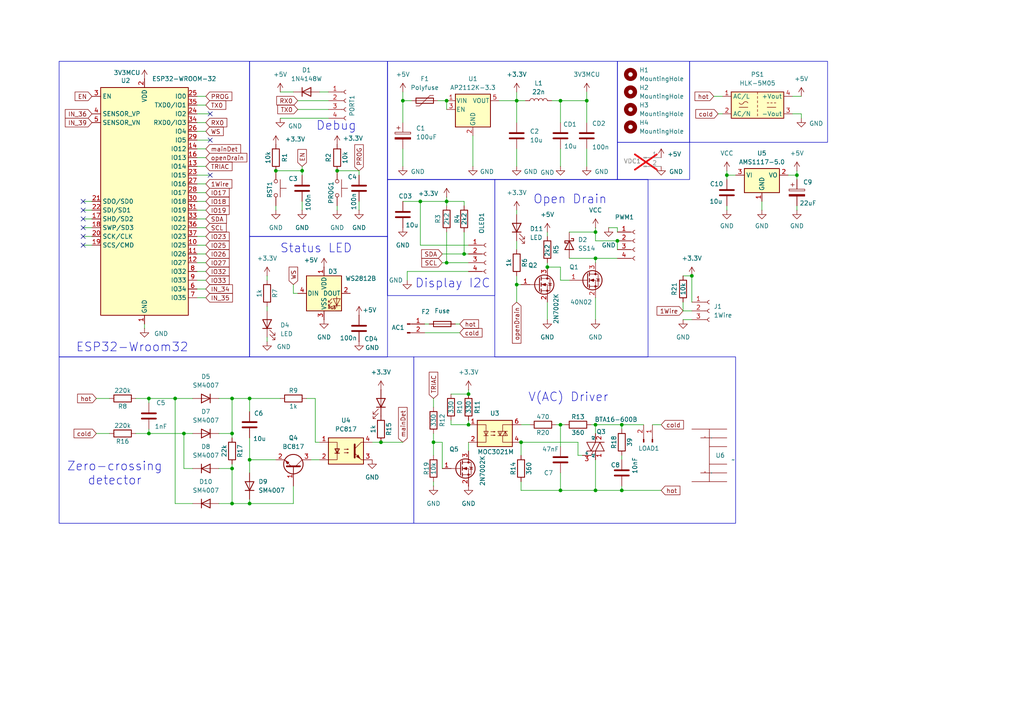
<source format=kicad_sch>
(kicad_sch (version 20231120) (generator "eeschema") (generator_version "8.0")
  (paper "A4")
  (junction (at 43.18 115.57))
  (junction (at 172.72 123.19))
  (junction (at 162.56 123.19))
  (junction (at 149.86 82.55))
  (junction (at 129.54 76.2))
  (junction (at 151.13 128.27))
  (junction (at 67.31 135.89))
  (junction (at 179.07 69.85))
  (junction (at 129.54 29.21))
  (junction (at 162.56 142.24))
  (junction (at 116.84 29.21))
  (junction (at 200.66 80.01))
  (junction (at 43.18 125.73))
  (junction (at 162.56 29.21))
  (junction (at 210.82 50.8))
  (junction (at 53.34 125.73))
  (junction (at 172.72 74.93))
  (junction (at 72.39 133.35))
  (junction (at 158.75 77.47))
  (junction (at 72.39 146.05))
  (junction (at 180.34 123.19))
  (junction (at 67.31 115.57))
  (junction (at 135.89 114.3))
  (junction (at 125.73 128.27))
  (junction (at 50.8 115.57))
  (junction (at 134.62 73.66))
  (junction (at 180.34 142.24))
  (junction (at 72.39 115.57))
  (junction (at 121.92 58.42))
  (junction (at 149.86 29.21))
  (junction (at 80.01 49.53))
  (junction (at 172.72 142.24))
  (junction (at 110.49 128.27))
  (junction (at 129.54 58.42))
  (junction (at 135.89 123.19))
  (junction (at 67.31 125.73))
  (junction (at 87.63 49.53))
  (junction (at 67.31 146.05))
  (junction (at 231.14 50.8))
  (junction (at 97.79 49.53))
  (junction (at 172.72 67.31))
  (junction (at 170.18 29.21))
  (no_connect (at 60.96 40.64))
  (no_connect (at 24.13 58.42))
  (no_connect (at 24.13 63.5))
  (no_connect (at 24.13 60.96))
  (no_connect (at 60.96 50.8))
  (no_connect (at 24.13 68.58))
  (no_connect (at 60.96 33.02))
  (no_connect (at 24.13 66.04))
  (no_connect (at 24.13 71.12))
  (wire (pts (xy 149.86 48.26) (xy 149.86 43.18)))
  (wire (pts (xy 92.71 26.67) (xy 95.25 26.67)))
  (wire (pts (xy 127 29.21) (xy 129.54 29.21)))
  (wire (pts (xy 57.15 60.96) (xy 59.69 60.96)))
  (wire (pts (xy 231.14 60.96) (xy 231.14 59.69)))
  (wire (pts (xy 210.82 60.96) (xy 210.82 59.69)))
  (wire (pts (xy 232.41 34.29) (xy 232.41 33.02)))
  (wire (pts (xy 60.96 40.64) (xy 57.15 40.64)))
  (wire (pts (xy 72.39 133.35) (xy 72.39 137.16)))
  (wire (pts (xy 210.82 50.8) (xy 213.36 50.8)))
  (wire (pts (xy 53.34 125.73) (xy 55.88 125.73)))
  (wire (pts (xy 123.19 96.52) (xy 133.35 96.52)))
  (wire (pts (xy 172.72 76.2) (xy 172.72 74.93)))
  (wire (pts (xy 132.08 93.98) (xy 133.35 93.98)))
  (wire (pts (xy 123.19 93.98) (xy 124.46 93.98)))
  (wire (pts (xy 24.13 63.5) (xy 26.67 63.5)))
  (wire (pts (xy 85.09 146.05) (xy 72.39 146.05)))
  (wire (pts (xy 180.34 123.19) (xy 180.34 124.46)))
  (wire (pts (xy 134.62 73.66) (xy 135.89 73.66)))
  (wire (pts (xy 72.39 133.35) (xy 80.01 133.35)))
  (wire (pts (xy 24.13 66.04) (xy 26.67 66.04)))
  (wire (pts (xy 55.88 135.89) (xy 53.34 135.89)))
  (wire (pts (xy 67.31 115.57) (xy 67.31 125.73)))
  (wire (pts (xy 59.69 27.94) (xy 57.15 27.94)))
  (wire (pts (xy 135.89 121.92) (xy 135.89 123.19)))
  (wire (pts (xy 158.75 87.63) (xy 158.75 92.71)))
  (wire (pts (xy 172.72 74.93) (xy 179.07 74.93)))
  (wire (pts (xy 135.89 113.03) (xy 135.89 114.3)))
  (wire (pts (xy 161.29 123.19) (xy 162.56 123.19)))
  (wire (pts (xy 149.86 60.96) (xy 149.86 62.23)))
  (wire (pts (xy 57.15 76.2) (xy 59.69 76.2)))
  (wire (pts (xy 77.47 80.01) (xy 77.47 81.28)))
  (wire (pts (xy 162.56 29.21) (xy 162.56 35.56)))
  (wire (pts (xy 135.89 128.27) (xy 135.89 130.81)))
  (wire (pts (xy 168.91 132.08) (xy 167.64 132.08)))
  (wire (pts (xy 151.13 139.7) (xy 151.13 142.24)))
  (wire (pts (xy 57.15 30.48) (xy 59.69 30.48)))
  (wire (pts (xy 134.62 59.69) (xy 134.62 58.42)))
  (wire (pts (xy 149.86 82.55) (xy 149.86 87.63)))
  (wire (pts (xy 81.28 34.29) (xy 95.25 34.29)))
  (wire (pts (xy 198.12 87.63) (xy 198.12 90.17)))
  (wire (pts (xy 72.39 115.57) (xy 81.28 115.57)))
  (wire (pts (xy 170.18 43.18) (xy 170.18 48.26)))
  (wire (pts (xy 162.56 29.21) (xy 170.18 29.21)))
  (wire (pts (xy 151.13 128.27) (xy 167.64 128.27)))
  (wire (pts (xy 172.72 66.04) (xy 172.72 67.31)))
  (wire (pts (xy 165.1 67.31) (xy 172.72 67.31)))
  (wire (pts (xy 63.5 146.05) (xy 67.31 146.05)))
  (wire (pts (xy 172.72 86.36) (xy 172.72 92.71)))
  (wire (pts (xy 162.56 137.16) (xy 162.56 142.24)))
  (wire (pts (xy 57.15 58.42) (xy 59.69 58.42)))
  (wire (pts (xy 165.1 74.93) (xy 172.72 74.93)))
  (wire (pts (xy 57.15 71.12) (xy 59.69 71.12)))
  (wire (pts (xy 228.6 50.8) (xy 231.14 50.8)))
  (wire (pts (xy 24.13 68.58) (xy 26.67 68.58)))
  (wire (pts (xy 43.18 125.73) (xy 53.34 125.73)))
  (wire (pts (xy 121.92 58.42) (xy 129.54 58.42)))
  (wire (pts (xy 149.86 29.21) (xy 152.4 29.21)))
  (wire (pts (xy 210.82 49.53) (xy 210.82 50.8)))
  (wire (pts (xy 207.01 27.94) (xy 209.55 27.94)))
  (wire (pts (xy 149.86 35.56) (xy 149.86 29.21)))
  (wire (pts (xy 231.14 50.8) (xy 231.14 52.07)))
  (wire (pts (xy 167.64 132.08) (xy 167.64 128.27)))
  (wire (pts (xy 149.86 26.67) (xy 149.86 29.21)))
  (wire (pts (xy 125.73 139.7) (xy 125.73 140.97)))
  (wire (pts (xy 53.34 135.89) (xy 53.34 125.73)))
  (wire (pts (xy 130.81 114.3) (xy 135.89 114.3)))
  (wire (pts (xy 57.15 86.36) (xy 59.69 86.36)))
  (wire (pts (xy 118.11 81.28) (xy 118.11 78.74)))
  (wire (pts (xy 91.44 128.27) (xy 91.44 115.57)))
  (wire (pts (xy 170.18 26.67) (xy 170.18 29.21)))
  (wire (pts (xy 50.8 115.57) (xy 55.88 115.57)))
  (wire (pts (xy 158.75 76.2) (xy 158.75 77.47)))
  (wire (pts (xy 116.84 128.27) (xy 110.49 128.27)))
  (wire (pts (xy 57.15 43.18) (xy 59.69 43.18)))
  (wire (pts (xy 72.39 119.38) (xy 72.39 115.57)))
  (wire (pts (xy 172.72 69.85) (xy 179.07 69.85)))
  (wire (pts (xy 57.15 35.56) (xy 59.69 35.56)))
  (wire (pts (xy 104.14 58.42) (xy 104.14 60.96)))
  (wire (pts (xy 220.98 58.42) (xy 220.98 60.96)))
  (wire (pts (xy 149.86 69.85) (xy 149.86 72.39)))
  (wire (pts (xy 80.01 59.69) (xy 80.01 60.96)))
  (wire (pts (xy 129.54 67.31) (xy 129.54 76.2)))
  (wire (pts (xy 55.88 146.05) (xy 50.8 146.05)))
  (wire (pts (xy 85.09 82.55) (xy 85.09 85.09)))
  (wire (pts (xy 151.13 123.19) (xy 153.67 123.19)))
  (wire (pts (xy 91.44 115.57) (xy 88.9 115.57)))
  (wire (pts (xy 198.12 92.71) (xy 200.66 92.71)))
  (wire (pts (xy 125.73 128.27) (xy 125.73 132.08)))
  (wire (pts (xy 172.72 67.31) (xy 172.72 69.85)))
  (wire (pts (xy 149.86 82.55) (xy 151.13 82.55)))
  (wire (pts (xy 116.84 26.67) (xy 116.84 29.21)))
  (wire (pts (xy 39.37 115.57) (xy 43.18 115.57)))
  (wire (pts (xy 172.72 123.19) (xy 180.34 123.19)))
  (wire (pts (xy 130.81 123.19) (xy 135.89 123.19)))
  (wire (pts (xy 171.45 123.19) (xy 172.72 123.19)))
  (wire (pts (xy 27.94 115.57) (xy 31.75 115.57)))
  (wire (pts (xy 208.28 33.02) (xy 209.55 33.02)))
  (wire (pts (xy 172.72 123.19) (xy 172.72 125.73)))
  (wire (pts (xy 129.54 76.2) (xy 135.89 76.2)))
  (wire (pts (xy 162.56 123.19) (xy 163.83 123.19)))
  (wire (pts (xy 134.62 67.31) (xy 134.62 73.66)))
  (wire (pts (xy 179.07 69.85) (xy 179.07 72.39)))
  (wire (pts (xy 162.56 77.47) (xy 162.56 81.28)))
  (wire (pts (xy 162.56 81.28) (xy 165.1 81.28)))
  (wire (pts (xy 57.15 73.66) (xy 59.69 73.66)))
  (wire (pts (xy 50.8 146.05) (xy 50.8 115.57)))
  (wire (pts (xy 43.18 125.73) (xy 43.18 124.46)))
  (wire (pts (xy 179.07 66.04) (xy 179.07 67.31)))
  (wire (pts (xy 57.15 33.02) (xy 60.96 33.02)))
  (wire (pts (xy 86.36 31.75) (xy 95.25 31.75)))
  (wire (pts (xy 57.15 55.88) (xy 59.69 55.88)))
  (wire (pts (xy 81.28 26.67) (xy 85.09 26.67)))
  (wire (pts (xy 63.5 135.89) (xy 67.31 135.89)))
  (wire (pts (xy 129.54 58.42) (xy 134.62 58.42)))
  (wire (pts (xy 121.92 58.42) (xy 121.92 71.12)))
  (wire (pts (xy 57.15 66.04) (xy 59.69 66.04)))
  (wire (pts (xy 129.54 29.21) (xy 129.54 31.75)))
  (wire (pts (xy 67.31 135.89) (xy 67.31 134.62)))
  (wire (pts (xy 97.79 59.69) (xy 97.79 60.96)))
  (wire (pts (xy 77.47 97.79) (xy 77.47 99.06)))
  (wire (pts (xy 59.69 48.26) (xy 57.15 48.26)))
  (wire (pts (xy 57.15 63.5) (xy 59.69 63.5)))
  (wire (pts (xy 229.87 33.02) (xy 232.41 33.02)))
  (wire (pts (xy 57.15 50.8) (xy 60.96 50.8)))
  (wire (pts (xy 130.81 121.92) (xy 130.81 123.19)))
  (wire (pts (xy 116.84 58.42) (xy 121.92 58.42)))
  (wire (pts (xy 229.87 27.94) (xy 232.41 27.94)))
  (wire (pts (xy 128.27 76.2) (xy 129.54 76.2)))
  (wire (pts (xy 92.71 133.35) (xy 90.17 133.35)))
  (wire (pts (xy 41.91 93.98) (xy 41.91 95.25)))
  (wire (pts (xy 87.63 49.53) (xy 80.01 49.53)))
  (wire (pts (xy 43.18 115.57) (xy 43.18 116.84)))
  (wire (pts (xy 162.56 43.18) (xy 162.56 48.26)))
  (wire (pts (xy 43.18 115.57) (xy 50.8 115.57)))
  (wire (pts (xy 97.79 49.53) (xy 104.14 49.53)))
  (wire (pts (xy 158.75 67.31) (xy 158.75 68.58)))
  (wire (pts (xy 198.12 80.01) (xy 200.66 80.01)))
  (wire (pts (xy 137.16 39.37) (xy 137.16 48.26)))
  (wire (pts (xy 57.15 38.1) (xy 59.69 38.1)))
  (wire (pts (xy 63.5 125.73) (xy 67.31 125.73)))
  (wire (pts (xy 72.39 144.78) (xy 72.39 146.05)))
  (wire (pts (xy 24.13 71.12) (xy 26.67 71.12)))
  (wire (pts (xy 200.66 80.01) (xy 200.66 87.63)))
  (wire (pts (xy 176.53 66.04) (xy 179.07 66.04)))
  (wire (pts (xy 39.37 125.73) (xy 43.18 125.73)))
  (wire (pts (xy 67.31 125.73) (xy 67.31 127)))
  (wire (pts (xy 125.73 128.27) (xy 128.27 128.27)))
  (wire (pts (xy 86.36 29.21) (xy 95.25 29.21)))
  (wire (pts (xy 116.84 29.21) (xy 116.84 35.56)))
  (wire (pts (xy 129.54 57.15) (xy 129.54 58.42)))
  (wire (pts (xy 85.09 85.09) (xy 86.36 85.09)))
  (wire (pts (xy 57.15 81.28) (xy 59.69 81.28)))
  (wire (pts (xy 180.34 140.97) (xy 180.34 142.24)))
  (wire (pts (xy 125.73 125.73) (xy 125.73 128.27)))
  (wire (pts (xy 189.23 123.19) (xy 191.77 123.19)))
  (wire (pts (xy 116.84 43.18) (xy 116.84 48.26)))
  (wire (pts (xy 125.73 115.57) (xy 125.73 118.11)))
  (wire (pts (xy 198.12 90.17) (xy 200.66 90.17)))
  (wire (pts (xy 77.47 88.9) (xy 77.47 90.17)))
  (wire (pts (xy 104.14 50.8) (xy 104.14 49.53)))
  (wire (pts (xy 210.82 52.07) (xy 210.82 50.8)))
  (wire (pts (xy 162.56 29.21) (xy 160.02 29.21)))
  (wire (pts (xy 57.15 68.58) (xy 59.69 68.58)))
  (wire (pts (xy 57.15 78.74) (xy 59.69 78.74)))
  (wire (pts (xy 57.15 45.72) (xy 59.69 45.72)))
  (wire (pts (xy 63.5 115.57) (xy 67.31 115.57)))
  (wire (pts (xy 128.27 135.89) (xy 128.27 128.27)))
  (wire (pts (xy 180.34 132.08) (xy 180.34 133.35)))
  (wire (pts (xy 116.84 29.21) (xy 119.38 29.21)))
  (wire (pts (xy 128.27 73.66) (xy 134.62 73.66)))
  (wire (pts (xy 129.54 59.69) (xy 129.54 58.42)))
  (wire (pts (xy 118.11 78.74) (xy 135.89 78.74)))
  (wire (pts (xy 91.44 128.27) (xy 92.71 128.27)))
  (wire (pts (xy 57.15 53.34) (xy 59.69 53.34)))
  (wire (pts (xy 172.72 133.35) (xy 172.72 142.24)))
  (wire (pts (xy 151.13 142.24) (xy 162.56 142.24)))
  (wire (pts (xy 67.31 146.05) (xy 72.39 146.05)))
  (wire (pts (xy 72.39 127) (xy 72.39 133.35)))
  (wire (pts (xy 170.18 35.56) (xy 170.18 29.21)))
  (wire (pts (xy 149.86 80.01) (xy 149.86 82.55)))
  (wire (pts (xy 180.34 142.24) (xy 191.77 142.24)))
  (wire (pts (xy 24.13 58.42) (xy 26.67 58.42)))
  (wire (pts (xy 57.15 83.82) (xy 59.69 83.82)))
  (wire (pts (xy 67.31 146.05) (xy 67.31 135.89)))
  (wire (pts (xy 162.56 142.24) (xy 172.72 142.24)))
  (wire (pts (xy 85.09 140.97) (xy 85.09 146.05)))
  (wire (pts (xy 87.63 48.26) (xy 87.63 49.53)))
  (wire (pts (xy 172.72 142.24) (xy 180.34 142.24)))
  (wire (pts (xy 231.14 50.8) (xy 231.14 49.53)))
  (wire (pts (xy 87.63 50.8) (xy 87.63 49.53)))
  (wire (pts (xy 151.13 128.27) (xy 151.13 132.08)))
  (wire (pts (xy 110.49 128.27) (xy 107.95 128.27)))
  (wire (pts (xy 158.75 77.47) (xy 162.56 77.47)))
  (wire (pts (xy 144.78 29.21) (xy 149.86 29.21)))
  (wire (pts (xy 24.13 60.96) (xy 26.67 60.96)))
  (wire (pts (xy 72.39 115.57) (xy 67.31 115.57)))
  (wire (pts (xy 162.56 123.19) (xy 162.56 129.54)))
  (wire (pts (xy 87.63 58.42) (xy 87.63 60.96)))
  (wire (pts (xy 121.92 71.12) (xy 135.89 71.12)))
  (wire (pts (xy 27.94 125.73) (xy 31.75 125.73)))
  (wire (pts (xy 180.34 123.19) (xy 186.69 123.19)))
  (rectangle (start 17.145 103.505) (end 120.015 151.765))
  (rectangle (start 179.07 17.78) (end 200.025 41.275))
  (rectangle (start 72.39 68.58) (end 112.395 103.505))
  (rectangle (start 17.145 17.78) (end 72.39 103.505))
  (rectangle (start 200.025 17.78) (end 240.03 41.275))
  (rectangle (start 72.39 17.78) (end 112.395 68.58))
  (rectangle (start 112.395 52.07) (end 143.51 85.725))
  (rectangle (start 179.07 41.275) (end 200.025 52.07))
  (rectangle (start 143.51 52.07) (end 187.96 103.505))
  (rectangle (start 120.015 103.505) (end 213.36 151.765))
  (rectangle (start 112.395 17.78) (end 179.07 52.07))
  (text "Zero-crossing\ndetector" (at 33.274 137.414 0) (effects (font (size 2.54 2.54))))
  (text "Status LED" (at 91.694 72.136 0) (effects (font (size 2.54 2.54))))
  (text "Display I2C" (at 131.318 82.296 0) (effects (font (size 2.54 2.54))))
  (text "V(AC) Driver" (at 164.846 115.316 0) (effects (font (size 2.54 2.54))))
  (text "Debug" (at 97.536 36.576 0) (effects (font (size 2.54 2.54))))
  (text "ESP32-Wroom32" (at 38.354 100.838 0) (effects (font (size 2.54 2.54))))
  (text "Open Drain" (at 165.354 57.912 0) (effects (font (size 2.54 2.54))))
  (global_label "IN_34" (shape input) (at 59.69 83.82 0) (property "Intersheetrefs" "${INTERSHEET_REFS}" (effects (hide yes))))
  (global_label "openDrain" (shape input) (at 59.69 45.72 0) (property "Intersheetrefs" "${INTERSHEET_REFS}" (effects (hide yes))))
  (global_label "hot" (shape input) (at 27.94 115.57 180) (property "Intersheetrefs" "${INTERSHEET_REFS}" (effects (hide yes))))
  (global_label "IO18" (shape input) (at 59.69 58.42 0) (property "Intersheetrefs" "${INTERSHEET_REFS}" (effects (hide yes))))
  (global_label "TX0" (shape input) (at 59.69 30.48 0) (property "Intersheetrefs" "${INTERSHEET_REFS}" (effects (hide yes))))
  (global_label "TRIAC" (shape input) (at 125.73 115.57 90) (property "Intersheetrefs" "${INTERSHEET_REFS}" (effects (hide yes))))
  (global_label "IN_39" (shape input) (at 26.67 35.56 180) (property "Intersheetrefs" "${INTERSHEET_REFS}" (effects (hide yes))))
  (global_label "WS" (shape input) (at 85.09 82.55 90) (property "Intersheetrefs" "${INTERSHEET_REFS}" (effects (hide yes))))
  (global_label "SDA" (shape input) (at 128.27 73.66 180) (property "Intersheetrefs" "${INTERSHEET_REFS}" (effects (hide yes))))
  (global_label "SCL" (shape input) (at 59.69 66.04 0) (property "Intersheetrefs" "${INTERSHEET_REFS}" (effects (hide yes))))
  (global_label "openDrain" (shape input) (at 149.86 87.63 270) (property "Intersheetrefs" "${INTERSHEET_REFS}" (effects (hide yes))))
  (global_label "IO32" (shape input) (at 59.69 78.74 0) (property "Intersheetrefs" "${INTERSHEET_REFS}" (effects (hide yes))))
  (global_label "cold" (shape input) (at 27.94 125.73 180) (property "Intersheetrefs" "${INTERSHEET_REFS}" (effects (hide yes))))
  (global_label "mainDet" (shape input) (at 116.84 128.27 90) (property "Intersheetrefs" "${INTERSHEET_REFS}" (effects (hide yes))))
  (global_label "RX0" (shape input) (at 86.36 29.21 180) (property "Intersheetrefs" "${INTERSHEET_REFS}" (effects (hide yes))))
  (global_label "SCL" (shape input) (at 128.27 76.2 180) (property "Intersheetrefs" "${INTERSHEET_REFS}" (effects (hide yes))))
  (global_label "TX0" (shape input) (at 86.36 31.75 180) (property "Intersheetrefs" "${INTERSHEET_REFS}" (effects (hide yes))))
  (global_label "EN" (shape input) (at 26.67 27.94 180) (property "Intersheetrefs" "${INTERSHEET_REFS}" (effects (hide yes))))
  (global_label "IO17" (shape input) (at 59.69 55.88 0) (property "Intersheetrefs" "${INTERSHEET_REFS}" (effects (hide yes))))
  (global_label "IO33" (shape input) (at 59.69 81.28 0) (property "Intersheetrefs" "${INTERSHEET_REFS}" (effects (hide yes))))
  (global_label "1Wire" (shape input) (at 198.12 90.17 180) (property "Intersheetrefs" "${INTERSHEET_REFS}" (effects (hide yes))))
  (global_label "IN_36" (shape input) (at 26.67 33.02 180) (property "Intersheetrefs" "${INTERSHEET_REFS}" (effects (hide yes))))
  (global_label "IO19" (shape input) (at 59.69 60.96 0) (property "Intersheetrefs" "${INTERSHEET_REFS}" (effects (hide yes))))
  (global_label "RX0" (shape input) (at 59.69 35.56 0) (property "Intersheetrefs" "${INTERSHEET_REFS}" (effects (hide yes))))
  (global_label "cold" (shape input) (at 208.28 33.02 180) (property "Intersheetrefs" "${INTERSHEET_REFS}" (effects (hide yes))))
  (global_label "IO27" (shape input) (at 59.69 76.2 0) (property "Intersheetrefs" "${INTERSHEET_REFS}" (effects (hide yes))))
  (global_label "1Wire" (shape input) (at 59.69 53.34 0) (property "Intersheetrefs" "${INTERSHEET_REFS}" (effects (hide yes))))
  (global_label "IO25" (shape input) (at 59.69 71.12 0) (property "Intersheetrefs" "${INTERSHEET_REFS}" (effects (hide yes))))
  (global_label "PROG" (shape input) (at 104.14 49.53 90) (property "Intersheetrefs" "${INTERSHEET_REFS}" (effects (hide yes))))
  (global_label "IN_35" (shape input) (at 59.69 86.36 0) (property "Intersheetrefs" "${INTERSHEET_REFS}" (effects (hide yes))))
  (global_label "TRIAC" (shape input) (at 59.69 48.26 0) (property "Intersheetrefs" "${INTERSHEET_REFS}" (effects (hide yes))))
  (global_label "hot" (shape input) (at 207.01 27.94 180) (property "Intersheetrefs" "${INTERSHEET_REFS}" (effects (hide yes))))
  (global_label "mainDet" (shape input) (at 59.69 43.18 0) (property "Intersheetrefs" "${INTERSHEET_REFS}" (effects (hide yes))))
  (global_label "IO23" (shape input) (at 59.69 68.58 0) (property "Intersheetrefs" "${INTERSHEET_REFS}" (effects (hide yes))))
  (global_label "PROG" (shape input) (at 59.69 27.94 0) (property "Intersheetrefs" "${INTERSHEET_REFS}" (effects (hide yes))))
  (global_label "cold" (shape input) (at 133.35 96.52 0) (property "Intersheetrefs" "${INTERSHEET_REFS}" (effects (hide yes))))
  (global_label "IO26" (shape input) (at 59.69 73.66 0) (property "Intersheetrefs" "${INTERSHEET_REFS}" (effects (hide yes))))
  (global_label "WS" (shape input) (at 59.69 38.1 0) (property "Intersheetrefs" "${INTERSHEET_REFS}" (effects (hide yes))))
  (global_label "cold" (shape input) (at 191.77 123.19 0) (property "Intersheetrefs" "${INTERSHEET_REFS}" (effects (hide yes))))
  (global_label "hot" (shape input) (at 191.77 142.24 0) (property "Intersheetrefs" "${INTERSHEET_REFS}" (effects (hide yes))))
  (global_label "SDA" (shape input) (at 59.69 63.5 0) (property "Intersheetrefs" "${INTERSHEET_REFS}" (effects (hide yes))))
  (global_label "hot" (shape input) (at 133.35 93.98 0) (property "Intersheetrefs" "${INTERSHEET_REFS}" (effects (hide yes))))
  (global_label "EN" (shape input) (at 87.63 48.26 90) (property "Intersheetrefs" "${INTERSHEET_REFS}" (effects (hide yes))))
  (symbol (lib_id "Device:R") (at 157.48 123.19 270) (unit 1)
    (property "Reference" "R20" (at 157.48 125.476 90))
    (property "Value" "470" (at 157.48 120.904 90))
    (property "Footprint" "Resistor_THT:R_Axial_DIN0411_L9.9mm_D3.6mm_P15.24mm_Horizontal" (effects (hide yes)))
    (property "Description" "Resistor" (effects (hide yes)))
    (property "LCSC" "C95781" (effects (hide yes)))
  )
  (symbol (lib_id "Device:R") (at 35.56 125.73 270) (unit 1)
    (property "Reference" "R16" (at 35.56 128.016 90))
    (property "Value" "220k" (at 35.56 123.444 90))
    (property "Footprint" "Resistor_SMD:R_0805_2012Metric" (effects (hide yes)))
    (property "Description" "Resistor" (effects (hide yes)))
    (property "LCSC" "C95781" (effects (hide yes)))
  )
  (symbol (lib_id "power:GND") (at 170.18 48.26 0) (unit 1)
    (property "Reference" "#PWR16" (effects (hide yes)))
    (property "Value" "GND" (at 174.498 49.784 0))
    (property "Description" "Power symbol creates a global label with name \"GND\" , ground" (effects (hide yes)))
  )
  (symbol (lib_id "power:+3.3V") (at 149.86 26.67 0) (unit 1)
    (property "Reference" "#PWR4" (effects (hide yes)))
    (property "Value" "+3.3V" (at 149.86 21.59 0))
    (property "Description" "Power symbol creates a global label with name \"+3.3V\"" (effects (hide yes)))
  )
  (symbol (lib_id "1_Library_GF:C_THT_RECT") (at 180.34 137.16 180) (unit 1)
    (property "Reference" "C8" (at 179.832 134.874 0) (effects (justify left)))
    (property "Value" "10nF" (at 184.15 132.588 90) (effects (justify left)))
    (property "Footprint" "Capacitor_THT:C_Rect_L7.0mm_W3.5mm_P5.00mm" (effects (hide yes)))
    (property "Datasheet" "https://www.lcsc.com/datasheet/lcsc_datasheet_1811061632_YAGEO-CC0805JRX7R9BB104_C111492.pdf" (effects (hide yes)))
    (property "Description" "50V 100nF X7R ±5% 0805 Multilayer Ceramic Capacitors MLCC - SMD/SMT ROHS" (effects (hide yes)))
    (property "Part Number" "C0805C104J5RALTU" (effects (hide yes)))
    (property "Mfr. Part Number" "CC0805JRX7R9BB104" (effects (hide yes)))
    (property "LCSC" "C2909631" (effects (hide yes)))
  )
  (symbol (lib_id "power:GND") (at 149.86 48.26 0) (unit 1)
    (property "Reference" "#PWR14" (effects (hide yes)))
    (property "Value" "GND" (at 153.924 49.784 0))
    (property "Description" "Power symbol creates a global label with name \"GND\" , ground" (effects (hide yes)))
  )
  (symbol (lib_id "power:GND") (at 93.98 92.71 0) (unit 1)
    (property "Reference" "#PWR32" (effects (hide yes)))
    (property "Value" "GND" (at 93.98 97.79 0))
    (property "Description" "Power symbol creates a global label with name \"GND\" , ground" (effects (hide yes)))
  )
  (symbol (lib_id "power:+3.3V") (at 41.91 22.86 0) (unit 1)
    (property "Reference" "#PWR1" (effects (hide yes)))
    (property "Value" "3V3MCU" (at 36.83 21.082 0))
    (property "Description" "Power symbol creates a global label with name \"+3.3V\"" (effects (hide yes)))
  )
  (symbol (lib_id "Connector:Conn_01x04_Socket") (at 140.97 73.66 0) (unit 1)
    (property "Reference" "OLED1" (at 139.7 67.818 90) (effects (justify left)))
    (property "Value" "Conn_01x04_Socket" (effects (hide yes)))
    (property "Footprint" "Connector_Hirose:Hirose_DF13C_CL535-0404-8-51_1x04-1MP_P1.25mm_Vertical" (effects (hide yes)))
    (property "Description" "Generic connector, single row, 01x04, script generated" (effects (hide yes)))
    (property "LCSC" "1" (effects (hide yes)))
  )
  (symbol (lib_id "Device:C_Polarized") (at 231.14 55.88 0) (unit 1)
    (property "Reference" "C9" (at 232.918 52.832 0) (effects (justify left)))
    (property "Value" "22uF" (at 231.902 58.928 0) (effects (justify left)))
    (property "Footprint" "Capacitor_Tantalum_SMD:CP_EIA-3216-18_Kemet-A_Pad1.58x1.35mm_HandSolder" (effects (hide yes)))
    (property "Description" "Polarized capacitor" (effects (hide yes)))
  )
  (symbol (lib_id "Device:C") (at 162.56 39.37 0) (unit 1)
    (property "Reference" "CD1" (at 163.322 36.068 0) (effects (justify left)))
    (property "Value" "10u" (at 163.576 42.418 0) (effects (justify left)))
    (property "Footprint" "Capacitor_SMD:C_0805_2012Metric" (effects (hide yes)))
    (property "Description" "Unpolarized capacitor" (effects (hide yes)))
    (property "LCSC" "C77075" (effects (hide yes)))
  )
  (symbol (lib_id "Device:R") (at 85.09 115.57 90) (unit 1)
    (property "Reference" "R9" (at 85.09 113.284 90))
    (property "Value" "1k" (at 85.09 117.856 90))
    (property "Footprint" "Resistor_SMD:R_0805_2012Metric" (effects (hide yes)))
    (property "Description" "Resistor" (effects (hide yes)))
    (property "LCSC" "C95781" (effects (hide yes)))
  )
  (symbol (lib_id "Device:C") (at 149.86 39.37 0) (unit 1)
    (property "Reference" "C2" (at 153.67 38.0999 0) (effects (justify left)))
    (property "Value" "10u" (at 153.67 40.6399 0) (effects (justify left)))
    (property "Footprint" "Capacitor_SMD:C_0805_2012Metric" (effects (hide yes)))
    (property "Description" "Unpolarized capacitor" (effects (hide yes)))
    (property "LCSC" "C77075" (effects (hide yes)))
  )
  (symbol (lib_id "power:+3.3V") (at 200.66 80.01 0) (unit 1)
    (property "Reference" "#PWR48" (effects (hide yes)))
    (property "Value" "+3.3V" (at 200.66 74.93 0))
    (property "Description" "Power symbol creates a global label with name \"+3.3V\"" (effects (hide yes)))
  )
  (symbol (lib_id "Mechanical:MountingHole") (at 182.88 21.59 0) (unit 1) (exclude_from_sim yes) (in_bom no)
    (property "Reference" "H1" (at 185.42 20.3199 0) (effects (justify left)))
    (property "Value" "MountingHole" (at 185.42 22.8599 0) (effects (justify left)))
    (property "Footprint" "MountingHole:MountingHole_3.2mm_M3" (effects (hide yes)))
    (property "Description" "Mounting Hole without connection" (effects (hide yes)))
  )
  (symbol (lib_id "power:GND") (at 172.72 92.71 0) (unit 1)
    (property "Reference" "#PWR34" (effects (hide yes)))
    (property "Value" "GND" (at 172.72 97.79 0))
    (property "Description" "Power symbol creates a global label with name \"GND\" , ground" (effects (hide yes)))
  )
  (symbol (lib_id "Device:R") (at 77.47 85.09 0) (mirror x) (unit 1)
    (property "Reference" "R7" (at 79.756 85.09 90))
    (property "Value" "1k" (at 75.184 85.09 90))
    (property "Footprint" "Resistor_SMD:R_0805_2012Metric" (effects (hide yes)))
    (property "Description" "Resistor" (effects (hide yes)))
    (property "LCSC" "C95781" (effects (hide yes)))
  )
  (symbol (lib_id "Device:R") (at 129.54 63.5 0) (unit 1)
    (property "Reference" "R3" (at 127 63.5 90))
    (property "Value" "2k2" (at 129.54 63.5 90))
    (property "Footprint" "Resistor_SMD:R_0805_2012Metric" (effects (hide yes)))
    (property "Description" "Resistor" (effects (hide yes)))
    (property "LCSC" "C17520" (effects (hide yes)))
  )
  (symbol (lib_id "Device:C_Polarized") (at 116.84 39.37 0) (unit 1)
    (property "Reference" "C1" (at 120.65 37.2109 0) (effects (justify left)))
    (property "Value" "100uF" (at 120.65 39.7509 0) (effects (justify left)))
    (property "Footprint" "Capacitor_SMD:C_Elec_6.3x7.7" (effects (hide yes)))
    (property "Description" "Polarized capacitor" (effects (hide yes)))
    (property "LCSC" "C99837" (effects (hide yes)))
  )
  (symbol (lib_id "power:+5V") (at 104.14 91.44 0) (unit 1)
    (property "Reference" "#PWR31" (effects (hide yes)))
    (property "Value" "+5V" (at 107.188 89.916 0))
    (property "Description" "Power symbol creates a global label with name \"+5V\"" (effects (hide yes)))
  )
  (symbol (lib_id "Device:Fuse") (at 128.27 93.98 90) (unit 1)
    (property "Reference" "F2" (at 123.444 90.424 90))
    (property "Value" "Fuse" (at 128.27 90.17 90))
    (property "Footprint" "Fuse:Fuseholder_Clip-5x20mm_Bel_FC-203-22_Lateral_P17.80x5.00mm_D1.17mm_Horizontal" (effects (hide yes)))
    (property "Description" "Fuse" (effects (hide yes)))
  )
  (symbol (lib_id "Mechanical:MountingHole") (at 182.88 26.67 0) (unit 1) (exclude_from_sim yes) (in_bom no)
    (property "Reference" "H2" (at 185.42 25.3999 0) (effects (justify left)))
    (property "Value" "MountingHole" (at 185.42 27.9399 0) (effects (justify left)))
    (property "Footprint" "MountingHole:MountingHole_3.2mm_M3" (effects (hide yes)))
    (property "Description" "Mounting Hole without connection" (effects (hide yes)))
  )
  (symbol (lib_id "Triac_Thyristor:BTA16-600B") (at 172.72 129.54 0) (unit 1)
    (property "Reference" "Q3" (at 172.974 125.222 0) (effects (justify left)))
    (property "Value" "BTA16-600B" (at 172.466 121.666 0) (effects (justify left)))
    (property "Footprint" "Package_TO_SOT_THT:TO-220-3_Vertical" (effects (hide yes)))
    (property "Datasheet" "https://www.st.com/resource/en/datasheet/bta16.pdf" (effects (hide yes)))
    (property "Description" "16A RMS, 600V Off-State Voltage, 50mA Sensitivity, Insulated, Triac, TO-220" (effects (hide yes)))
    (property "LCSC" "C7471857" (effects (hide yes)))
  )
  (symbol (lib_id "Device:C") (at 104.14 54.61 0) (unit 1)
    (property "Reference" "C4" (at 100.838 51.308 0) (effects (justify left)))
    (property "Value" "100n" (at 102.616 60.96 90) (effects (justify left)))
    (property "Footprint" "Capacitor_SMD:C_0805_2012Metric" (effects (hide yes)))
    (property "Description" "Unpolarized capacitor" (effects (hide yes)))
    (property "LCSC" "C2909631" (effects (hide yes)))
  )
  (symbol (lib_id "Device:R") (at 125.73 135.89 0) (unit 1)
    (property "Reference" "R19" (at 123.698 135.89 90))
    (property "Value" "10k" (at 125.73 135.89 90))
    (property "Footprint" "Resistor_SMD:R_0805_2012Metric" (effects (hide yes)))
    (property "Description" "Resistor" (effects (hide yes)))
    (property "LCSC" "C17414" (effects (hide yes)))
  )
  (symbol (lib_id "power:+5V") (at 116.84 26.67 0) (unit 1)
    (property "Reference" "#PWR3" (effects (hide yes)))
    (property "Value" "+5V" (at 116.84 21.59 0))
    (property "Description" "Power symbol creates a global label with name \"+5V\"" (effects (hide yes)))
  )
  (symbol (lib_id "Mechanical:MountingHole") (at 182.88 36.83 0) (unit 1) (exclude_from_sim yes) (in_bom no)
    (property "Reference" "H4" (at 185.42 35.5599 0) (effects (justify left)))
    (property "Value" "MountingHole" (at 185.42 38.0999 0) (effects (justify left)))
    (property "Footprint" "MountingHole:MountingHole_3.2mm_M3" (effects (hide yes)))
    (property "Description" "Mounting Hole without connection" (effects (hide yes)))
  )
  (symbol (lib_id "Connector:Conn_01x02_Pin") (at 118.11 93.98 0) (unit 1)
    (property "Reference" "AC1" (at 117.348 94.996 0) (effects (justify right)))
    (property "Value" "Conn_01x02_Pin" (effects (hide yes)))
    (property "Footprint" "Connector_Phoenix_GMSTB:PhoenixContact_GMSTBA_2,5_2-G-7,62_1x02_P7.62mm_Horizontal" (effects (hide yes)))
    (property "Description" "Generic connector, single row, 01x02, script generated" (effects (hide yes)))
  )
  (symbol (lib_id "power:GND") (at 41.91 95.25 0) (unit 1)
    (property "Reference" "#PWR35" (effects (hide yes)))
    (property "Value" "GND" (at 46.736 96.774 0))
    (property "Description" "Power symbol creates a global label with name \"GND\" , ground" (effects (hide yes)))
  )
  (symbol (lib_id "Mechanical:MountingHole") (at 182.88 31.75 0) (unit 1) (exclude_from_sim yes) (in_bom no)
    (property "Reference" "H3" (at 185.42 30.4799 0) (effects (justify left)))
    (property "Value" "MountingHole" (at 185.42 33.0199 0) (effects (justify left)))
    (property "Footprint" "MountingHole:MountingHole_3.2mm_M3" (effects (hide yes)))
    (property "Description" "Mounting Hole without connection" (effects (hide yes)))
  )
  (symbol (lib_id "Regulator_Linear:AMS1117-5.0") (at 220.98 50.8 0) (unit 1)
    (property "Reference" "U5" (at 220.98 44.45 0))
    (property "Value" "AMS1117-5.0" (at 220.98 46.99 0))
    (property "Footprint" "Package_TO_SOT_SMD:SOT-223-3_TabPin2" (effects (hide yes)))
    (property "Datasheet" "http://www.advanced-monolithic.com/pdf/ds1117.pdf" (effects (hide yes)))
    (property "Description" "1A Low Dropout regulator, positive, 5.0V fixed output, SOT-223" (effects (hide yes)))
  )
  (symbol (lib_id "power:+3.3V") (at 129.54 57.15 0) (unit 1)
    (property "Reference" "#PWR18" (effects (hide yes)))
    (property "Value" "+3.3V" (at 124.206 56.134 0))
    (property "Description" "Power symbol creates a global label with name \"+3.3V\"" (effects (hide yes)))
  )
  (symbol (lib_id "power:+3.3V") (at 149.86 60.96 0) (unit 1)
    (property "Reference" "#PWR26" (effects (hide yes)))
    (property "Value" "+3.3V" (at 149.86 55.88 0))
    (property "Description" "Power symbol creates a global label with name \"+3.3V\"" (effects (hide yes)))
  )
  (symbol (lib_id "power:+3.3V") (at 135.89 113.03 0) (unit 1)
    (property "Reference" "#PWR39" (effects (hide yes)))
    (property "Value" "+3.3V" (at 135.89 107.95 0))
    (property "Description" "Power symbol creates a global label with name \"+3.3V\"" (effects (hide yes)))
  )
  (symbol (lib_id "Device:R") (at 80.01 45.72 0) (mirror x) (unit 1)
    (property "Reference" "R1" (at 82.55 45.72 90))
    (property "Value" "10k" (at 77.724 45.72 90))
    (property "Footprint" "Resistor_SMD:R_0805_2012Metric" (effects (hide yes)))
    (property "Description" "Resistor" (effects (hide yes)))
    (property "LCSC" "C17414" (effects (hide yes)))
  )
  (symbol (lib_id "LED:WS2812B") (at 93.98 85.09 0) (unit 1)
    (property "Reference" "D3" (at 96.52 78.74 0))
    (property "Value" "WS2812B" (at 104.648 80.772 0))
    (property "Footprint" "LED_SMD:LED_WS2812B_PLCC4_5.0x5.0mm_P3.2mm" (effects (hide yes)))
    (property "Datasheet" "https://cdn-shop.adafruit.com/datasheets/WS2812B.pdf" (effects (hide yes)))
    (property "Description" "RGB LED with integrated controller" (effects (hide yes)))
    (property "LCSC" "1" (effects (hide yes)))
  )
  (symbol (lib_id "Device:R") (at 158.75 72.39 0) (unit 1)
    (property "Reference" "R5" (at 161.29 72.39 90))
    (property "Value" "2k2" (at 158.75 72.644 90))
    (property "Footprint" "Resistor_SMD:R_0805_2012Metric" (effects (hide yes)))
    (property "Description" "Resistor" (effects (hide yes)))
    (property "LCSC" "C17520" (effects (hide yes)))
  )
  (symbol (lib_id "Diode:SM4007") (at 59.69 125.73 180) (unit 1)
    (property "Reference" "D7" (at 59.69 119.38 0))
    (property "Value" "SM4007" (at 59.69 121.92 0))
    (property "Footprint" "Diode_SMD:D_MELF" (effects (hide yes)))
    (property "Datasheet" "http://cdn-reichelt.de/documents/datenblatt/A400/SMD1N400%23DIO.pdf" (effects (hide yes)))
    (property "Description" "1000V 1A General Purpose Rectifier Diode, MELF" (effects (hide yes)))
    (property "Sim.Device" "D" (effects (hide yes)))
    (property "Sim.Pins" "1=K 2=A" (effects (hide yes)))
  )
  (symbol (lib_id "Device:C") (at 170.18 39.37 0) (unit 1)
    (property "Reference" "CD2" (at 171.704 35.814 0) (effects (justify left)))
    (property "Value" "100n" (at 171.704 42.672 0) (effects (justify left)))
    (property "Footprint" "Capacitor_SMD:C_0805_2012Metric" (effects (hide yes)))
    (property "Description" "Unpolarized capacitor" (effects (hide yes)))
    (property "LCSC" "C2909631" (effects (hide yes)))
  )
  (symbol (lib_id "Converter_ACDC:HLK-5M05") (at 219.71 30.48 0) (unit 1)
    (property "Reference" "PS1" (at 219.71 21.59 0))
    (property "Value" "HLK-5M05" (at 219.71 24.13 0))
    (property "Footprint" "Converter_ACDC:Converter_ACDC_Hi-Link_HLK-5Mxx" (effects (hide yes)))
    (property "Datasheet" "http://h.hlktech.com/download/ACDC%E7%94%B5%E6%BA%90%E6%A8%A1%E5%9D%975W%E7%B3%BB%E5%88%97/1/%E6%B5%B7%E5%87%8C%E7%A7%915W%E7%B3%BB%E5%88%97%E7%94%B5%E6%BA%90%E6%A8%A1%E5%9D%97%E8%A7%84%E6%A0%BC%E4%B9%A6V2.8.pdf" (effects (hide yes)))
    (property "Description" "Compact AC/DC board mount power module 5W, 5V 1A" (effects (hide yes)))
  )
  (symbol (lib_id "Device:R") (at 180.34 128.27 180) (unit 1)
    (property "Reference" "R18" (at 178.054 128.27 90))
    (property "Value" "39" (at 182.626 128.27 90))
    (property "Footprint" "Resistor_THT:R_Axial_DIN0411_L9.9mm_D3.6mm_P15.24mm_Horizontal" (effects (hide yes)))
    (property "Description" "Resistor" (effects (hide yes)))
    (property "LCSC" "C95781" (effects (hide yes)))
  )
  (symbol (lib_id "power:GND") (at 176.53 66.04 0) (unit 1)
    (property "Reference" "#PWR28" (effects (hide yes)))
    (property "Value" "GND" (at 176.53 71.12 0))
    (property "Description" "Power symbol creates a global label with name \"GND\" , ground" (effects (hide yes)))
  )
  (symbol (lib_id "Transistor_BJT:BC817") (at 85.09 135.89 270) (mirror x) (unit 1)
    (property "Reference" "Q4" (at 85.09 127 90))
    (property "Value" "BC817" (at 85.09 129.54 90))
    (property "Footprint" "Package_TO_SOT_SMD:SOT-23" (effects (hide yes)))
    (property "Datasheet" "https://www.onsemi.com/pub/Collateral/BC818-D.pdf" (effects (hide yes)))
    (property "Description" "0.8A Ic, 45V Vce, NPN Transistor, SOT-23" (effects (hide yes)))
  )
  (symbol (lib_id "power:GND") (at 220.98 60.96 0) (unit 1)
    (property "Reference" "#PWR45" (effects (hide yes)))
    (property "Value" "GND" (at 220.98 65.532 0))
    (property "Description" "Power symbol creates a global label with name \"GND\" , ground" (effects (hide yes)))
  )
  (symbol (lib_id "power:+3.3V") (at 80.01 41.91 0) (mirror y) (unit 1)
    (property "Reference" "#PWR9" (effects (hide yes)))
    (property "Value" "+3.3V" (at 85.598 40.386 0))
    (property "Description" "Power symbol creates a global label with name \"+3.3V\"" (effects (hide yes)))
  )
  (symbol (lib_id "power:GND") (at 198.12 92.71 0) (unit 1)
    (property "Reference" "#PWR49" (effects (hide yes)))
    (property "Value" "GND" (at 198.12 97.79 0))
    (property "Description" "Power symbol creates a global label with name \"GND\" , ground" (effects (hide yes)))
  )
  (symbol (lib_id "Connector:Conn_01x02_Pin") (at 189.23 128.27 270) (mirror x) (unit 1)
    (property "Reference" "LOAD1" (at 191.262 130.048 90) (effects (justify right)))
    (property "Value" "Conn_01x02_Pin" (effects (hide yes)))
    (property "Footprint" "Connector_Phoenix_GMSTB:PhoenixContact_GMSTBA_2,5_2-G-7,62_1x02_P7.62mm_Horizontal" (effects (hide yes)))
    (property "Description" "Generic connector, single row, 01x02, script generated" (effects (hide yes)))
  )
  (symbol (lib_id "Device:R") (at 167.64 123.19 90) (unit 1)
    (property "Reference" "R13" (at 167.64 120.904 90))
    (property "Value" "360" (at 167.64 125.476 90))
    (property "Footprint" "Resistor_THT:R_Axial_DIN0411_L9.9mm_D3.6mm_P15.24mm_Horizontal" (effects (hide yes)))
    (property "Description" "Resistor" (effects (hide yes)))
    (property "LCSC" "C95781" (effects (hide yes)))
  )
  (symbol (lib_id "power:GND") (at 137.16 48.26 0) (unit 1)
    (property "Reference" "#PWR13" (effects (hide yes)))
    (property "Value" "GND" (at 141.224 49.784 0))
    (property "Description" "Power symbol creates a global label with name \"GND\" , ground" (effects (hide yes)))
  )
  (symbol (lib_id "power:GND") (at 104.14 99.06 0) (unit 1)
    (property "Reference" "#PWR37" (effects (hide yes)))
    (property "Value" "GND" (at 107.95 100.838 0))
    (property "Description" "Power symbol creates a global label with name \"GND\" , ground" (effects (hide yes)))
  )
  (symbol (lib_id "Relay_SolidState:MOC3021M") (at 143.51 125.73 0) (unit 1)
    (property "Reference" "U3" (at 143.51 119.888 0))
    (property "Value" "MOC3021M" (at 143.764 131.064 0))
    (property "Footprint" "Package_DIP:SMDIP-6_W9.53mm" (effects (hide yes)))
    (property "Datasheet" "https://www.onsemi.com/pub/Collateral/MOC3023M-D.PDF" (effects (hide yes)))
    (property "Description" "Random Phase Opto-Triac, Vdrm 400V, Ift 15mA, DIP6" (effects (hide yes)))
    (property "LCSC" "C115465" (effects (hide yes)))
  )
  (symbol (lib_id "Connector:Conn_01x04_Socket") (at 100.33 29.21 0) (unit 1)
    (property "Reference" "PORT1" (at 102.108 33.782 90) (effects (justify left)))
    (property "Value" "Conn_01x04_Socket" (effects (hide yes)))
    (property "Footprint" "Connector_Hirose:Hirose_DF13C_CL535-0404-8-51_1x04-1MP_P1.25mm_Vertical" (effects (hide yes)))
    (property "Description" "Generic connector, single row, 01x04, script generated" (effects (hide yes)))
    (property "LCSC" "1" (effects (hide yes)))
  )
  (symbol (lib_id "power:GND") (at 107.95 133.35 0) (unit 1)
    (property "Reference" "#PWR40" (effects (hide yes)))
    (property "Value" "GND" (at 107.95 138.43 0))
    (property "Description" "Power symbol creates a global label with name \"GND\" , ground" (effects (hide yes)))
  )
  (symbol (lib_id "power:VCC") (at 172.72 66.04 0) (unit 1)
    (property "Reference" "#PWR25" (effects (hide yes)))
    (property "Value" "VCC" (at 172.72 60.96 0))
    (property "Description" "Power symbol creates a global label with name \"VCC\"" (effects (hide yes)))
  )
  (symbol (lib_id "Switch:SW_Push") (at 80.01 54.61 270) (mirror x) (unit 1)
    (property "Reference" "RST1" (at 78.232 52.578 0) (effects (justify right)))
    (property "Value" "SW_Push" (effects (hide yes)))
    (property "Footprint" "Button_Switch_SMD:SW_SPST_PTS647_Sx38" (effects (hide yes)))
    (property "Description" "Push button switch, generic, two pins" (effects (hide yes)))
    (property "LCSC" "C455246" (effects (hide yes)))
  )
  (symbol (lib_id "Device:R") (at 134.62 63.5 0) (unit 1)
    (property "Reference" "R4" (at 132.588 63.5 90))
    (property "Value" "2k2" (at 134.62 63.5 90))
    (property "Footprint" "Resistor_SMD:R_0805_2012Metric" (effects (hide yes)))
    (property "Description" "Resistor" (effects (hide yes)))
    (property "LCSC" "C17520" (effects (hide yes)))
  )
  (symbol (lib_id "Diode:SM4007") (at 72.39 140.97 90) (unit 1)
    (property "Reference" "D9" (at 74.93 139.6999 90) (effects (justify right)))
    (property "Value" "SM4007" (at 74.93 142.2399 90) (effects (justify right)))
    (property "Footprint" "Diode_SMD:D_MELF" (effects (hide yes)))
    (property "Datasheet" "http://cdn-reichelt.de/documents/datenblatt/A400/SMD1N400%23DIO.pdf" (effects (hide yes)))
    (property "Description" "1000V 1A General Purpose Rectifier Diode, MELF" (effects (hide yes)))
    (property "Sim.Device" "D" (effects (hide yes)))
    (property "Sim.Pins" "1=K 2=A" (effects (hide yes)))
  )
  (symbol (lib_id "power:+5V") (at 231.14 49.53 0) (unit 1)
    (property "Reference" "#PWR44" (effects (hide yes)))
    (property "Value" "+5V" (at 231.14 44.45 0))
    (property "Description" "Power symbol creates a global label with name \"+5V\"" (effects (hide yes)))
  )
  (symbol (lib_id "Device:R") (at 149.86 76.2 0) (mirror x) (unit 1)
    (property "Reference" "R6" (at 152.146 76.2 90))
    (property "Value" "1k" (at 147.574 76.2 90))
    (property "Footprint" "Resistor_SMD:R_0805_2012Metric" (effects (hide yes)))
    (property "Description" "Resistor" (effects (hide yes)))
    (property "LCSC" "C95781" (effects (hide yes)))
  )
  (symbol (lib_id "RF_Module:ESP32-WROOM-32U") (at 41.91 58.42 0) (unit 1)
    (property "Reference" "U2" (at 35.052 23.368 0) (effects (justify left)))
    (property "Value" "ESP32-WROOM-32" (at 44.1041 22.86 0) (effects (justify left)))
    (property "Footprint" "RF_Module:ESP32-WROOM-32U" (effects (hide yes)))
    (property "Datasheet" "https://www.espressif.com/sites/default/files/documentation/esp32-wroom-32d_esp32-wroom-32u_datasheet_en.pdf" (effects (hide yes)))
    (property "Description" "RF Module, ESP32-D0WD SoC, Wi-Fi 802.11b/g/n, Bluetooth, BLE, 32-bit, 2.7-3.6V, external antenna, SMD" (effects (hide yes)))
    (property "LCSC" "C2980301" (effects (hide yes)))
  )
  (symbol (lib_id "Device:LED") (at 77.47 93.98 90) (unit 1)
    (property "Reference" "D4" (at 81.28 94.2974 90) (effects (justify right)))
    (property "Value" "LED" (at 81.28 96.8374 90) (effects (justify right)))
    (property "Footprint" "LED_SMD:LED_0805_2012Metric_Pad1.15x1.40mm_HandSolder" (effects (hide yes)))
    (property "Description" "Light emitting diode" (effects (hide yes)))
    (property "LCSC" "C84256" (effects (hide yes)))
  )
  (symbol (lib_id "power:GND") (at 87.63 60.96 0) (mirror y) (unit 1)
    (property "Reference" "#PWR20" (effects (hide yes)))
    (property "Value" "GND" (at 87.63 66.04 0))
    (property "Description" "Power symbol creates a global label with name \"GND\" , ground" (effects (hide yes)))
  )
  (symbol (lib_id "Diode:SM4007") (at 59.69 135.89 0) (unit 1)
    (property "Reference" "D8" (at 59.69 129.54 0))
    (property "Value" "SM4007" (at 59.69 132.08 0))
    (property "Footprint" "Diode_SMD:D_MELF" (effects (hide yes)))
    (property "Datasheet" "http://cdn-reichelt.de/documents/datenblatt/A400/SMD1N400%23DIO.pdf" (effects (hide yes)))
    (property "Description" "1000V 1A General Purpose Rectifier Diode, MELF" (effects (hide yes)))
    (property "Sim.Device" "D" (effects (hide yes)))
    (property "Sim.Pins" "1=K 2=A" (effects (hide yes)))
  )
  (symbol (lib_id "Device:Polyfuse") (at 123.19 29.21 90) (unit 1)
    (property "Reference" "F1" (at 123.19 22.86 90))
    (property "Value" "Polyfuse" (at 123.19 25.4 90))
    (property "Footprint" "Fuse:Fuse_1206_3216Metric_Pad1.42x1.75mm_HandSolder" (effects (hide yes)))
    (property "Description" "Resettable fuse, polymeric positive temperature coefficient" (effects (hide yes)))
    (property "LCSC" "C22446878" (effects (hide yes)))
  )
  (symbol (lib_id "power:GND") (at 191.77 48.26 0) (unit 1)
    (property "Reference" "#PWR17" (effects (hide yes)))
    (property "Value" "GND" (at 196.088 49.784 0))
    (property "Description" "Power symbol creates a global label with name \"GND\" , ground" (effects (hide yes)))
  )
  (symbol (lib_id "Transistor_FET:2N7002K") (at 170.18 81.28 0) (unit 1)
    (property "Reference" "Q1" (at 165.1 77.47 0) (effects (justify left)))
    (property "Value" "40N02" (at 165.354 87.63 0) (effects (justify left)))
    (property "Footprint" "Package_TO_SOT_SMD:TO-252-2" (effects (hide yes)))
    (property "Datasheet" "https://www.diodes.com/assets/Datasheets/ds30896.pdf" (effects (hide yes)))
    (property "Description" "0.38A Id, 60V Vds, N-Channel MOSFET, SOT-23" (effects (hide yes)))
  )
  (symbol (lib_id "power:+5V") (at 93.98 77.47 0) (unit 1)
    (property "Reference" "#PWR27" (effects (hide yes)))
    (property "Value" "+5V" (at 90.17 75.438 0))
    (property "Description" "Power symbol creates a global label with name \"+5V\"" (effects (hide yes)))
  )
  (symbol (lib_id "Diode:SS14") (at 165.1 71.12 270) (unit 1)
    (property "Reference" "D2" (at 167.64 69.5324 90) (effects (justify left)))
    (property "Value" "SS14" (at 167.64 72.0724 90) (effects (justify left)))
    (property "Footprint" "Diode_SMD:D_SMA" (effects (hide yes)))
    (property "Datasheet" "https://www.vishay.com/docs/88746/ss12.pdf" (effects (hide yes)))
    (property "Description" "40V 1A Schottky Diode, SMA" (effects (hide yes)))
    (property "LCSC" "C2909920" (effects (hide yes)))
  )
  (symbol (lib_id "Device:R") (at 151.13 135.89 180) (unit 1)
    (property "Reference" "R14" (at 148.844 135.89 90))
    (property "Value" "360" (at 153.416 135.89 90))
    (property "Footprint" "Resistor_THT:R_Axial_DIN0411_L9.9mm_D3.6mm_P15.24mm_Horizontal" (effects (hide yes)))
    (property "Description" "Resistor" (effects (hide yes)))
    (property "LCSC" "C95781" (effects (hide yes)))
  )
  (symbol (lib_id "power:GND") (at 116.84 48.26 0) (unit 1)
    (property "Reference" "#PWR12" (effects (hide yes)))
    (property "Value" "GND" (at 121.158 49.784 0))
    (property "Description" "Power symbol creates a global label with name \"GND\" , ground" (effects (hide yes)))
  )
  (symbol (lib_id "Device:R") (at 125.73 121.92 0) (unit 1)
    (property "Reference" "R12" (at 128.27 121.92 90))
    (property "Value" "330" (at 125.73 121.92 90))
    (property "Footprint" "Resistor_SMD:R_0805_2012Metric" (effects (hide yes)))
    (property "Description" "Resistor" (effects (hide yes)))
    (property "LCSC" "C17630" (effects (hide yes)))
  )
  (symbol (lib_id "power:+3.3V") (at 77.47 80.01 0) (unit 1)
    (property "Reference" "#PWR29" (effects (hide yes)))
    (property "Value" "+3.3V" (at 77.47 74.93 0))
    (property "Description" "Power symbol creates a global label with name \"+3.3V\"" (effects (hide yes)))
  )
  (symbol (lib_id "Device:R") (at 130.81 118.11 0) (unit 1)
    (property "Reference" "R10" (at 133.35 118.11 90))
    (property "Value" "330" (at 130.81 118.11 90))
    (property "Footprint" "Resistor_SMD:R_0805_2012Metric" (effects (hide yes)))
    (property "Description" "Resistor" (effects (hide yes)))
    (property "LCSC" "C17630" (effects (hide yes)))
  )
  (symbol (lib_id "Diode:1N4148W") (at 88.9 26.67 0) (unit 1)
    (property "Reference" "D1" (at 88.9 20.32 0))
    (property "Value" "1N4148W" (at 88.9 22.86 0))
    (property "Footprint" "Diode_SMD:D_SOD-123" (effects (hide yes)))
    (property "Datasheet" "https://www.vishay.com/docs/85748/1n4148w.pdf" (effects (hide yes)))
    (property "Description" "75V 0.15A Fast Switching Diode, SOD-123" (effects (hide yes)))
    (property "Sim.Device" "D" (effects (hide yes)))
    (property "Sim.Pins" "1=K 2=A" (effects (hide yes)))
    (property "LCSC" "C82544" (effects (hide yes)))
  )
  (symbol (lib_id "power:GND") (at 162.56 48.26 0) (unit 1)
    (property "Reference" "#PWR15" (effects (hide yes)))
    (property "Value" "GND" (at 158.75 50.038 0))
    (property "Description" "Power symbol creates a global label with name \"GND\" , ground" (effects (hide yes)))
  )
  (symbol (lib_id "Device:C") (at 72.39 123.19 0) (unit 1)
    (property "Reference" "C6" (at 73.66 119.888 0) (effects (justify left)))
    (property "Value" "10u" (at 73.406 127.254 0) (effects (justify left)))
    (property "Footprint" "Capacitor_SMD:C_0805_2012Metric" (effects (hide yes)))
    (property "Description" "Unpolarized capacitor" (effects (hide yes)))
    (property "LCSC" "C77075" (effects (hide yes)))
  )
  (symbol (lib_id "Device:C") (at 87.63 54.61 0) (mirror y) (unit 1)
    (property "Reference" "C3" (at 86.36 51.816 0) (effects (justify left)))
    (property "Value" "100n" (at 89.408 61.214 90) (effects (justify left)))
    (property "Footprint" "Capacitor_SMD:C_0805_2012Metric" (effects (hide yes)))
    (property "Description" "Unpolarized capacitor" (effects (hide yes)))
    (property "LCSC" "C2909631" (effects (hide yes)))
  )
  (symbol (lib_id "Connector:Conn_01x02_Pin") (at 186.69 45.72 0) (unit 1) (in_bom no) (on_board no) (dnp yes)
    (property "Reference" "VDC1" (at 185.928 46.736 0) (effects (justify right)))
    (property "Value" "Conn_01x02_Pin" (effects (hide yes)))
    (property "Footprint" "TerminalBlock_Phoenix:TerminalBlock_Phoenix_MKDS-1,5-2-5.08_1x02_P5.08mm_Horizontal" (effects (hide yes)))
    (property "Description" "Generic connector, single row, 01x02, script generated" (effects (hide yes)))
  )
  (symbol (lib_id "power:GND") (at 97.79 60.96 0) (unit 1)
    (property "Reference" "#PWR21" (effects (hide yes)))
    (property "Value" "GND" (at 97.79 66.04 0))
    (property "Description" "Power symbol creates a global label with name \"GND\" , ground" (effects (hide yes)))
  )
  (symbol (lib_id "power:GND") (at 118.11 81.28 0) (unit 1)
    (property "Reference" "#PWR30" (effects (hide yes)))
    (property "Value" "GND" (at 114.808 81.28 0))
    (property "Description" "Power symbol creates a global label with name \"GND\" , ground" (effects (hide yes)))
  )
  (symbol (lib_id "Device:LED") (at 110.49 116.84 270) (mirror x) (unit 1)
    (property "Reference" "D6" (effects (hide yes)))
    (property "Value" "LED" (effects (hide yes)))
    (property "Footprint" "LED_SMD:LED_0805_2012Metric_Pad1.15x1.40mm_HandSolder" (effects (hide yes)))
    (property "Description" "Light emitting diode" (effects (hide yes)))
    (property "LCSC" "C84256" (effects (hide yes)))
  )
  (symbol (lib_id "Device:C") (at 116.84 62.23 0) (unit 1)
    (property "Reference" "CD3" (at 115.57 56.896 0) (effects (justify left)))
    (property "Value" "10u" (at 117.602 65.278 0) (effects (justify left)))
    (property "Footprint" "Capacitor_SMD:C_0805_2012Metric" (effects (hide yes)))
    (property "Description" "Unpolarized capacitor" (effects (hide yes)))
    (property "LCSC" "C77075" (effects (hide yes)))
  )
  (symbol (lib_id "Isolator:PC817") (at 100.33 130.81 0) (unit 1)
    (property "Reference" "U4" (at 100.33 121.92 0))
    (property "Value" "PC817" (at 100.33 124.46 0))
    (property "Footprint" "Package_DIP:SMDIP-4_W7.62mm" (effects (hide yes)))
    (property "Datasheet" "http://www.soselectronic.cz/a_info/resource/d/pc817.pdf" (effects (hide yes)))
    (property "Description" "DC Optocoupler, Vce 35V, CTR 50-300%, DIP-4" (effects (hide yes)))
    (property "LCSC" "C5451664" (effects (hide yes)))
  )
  (symbol (lib_id "Device:LED") (at 149.86 66.04 90) (unit 1)
    (property "Reference" "D11" (at 153.67 66.3574 90) (effects (justify right)))
    (property "Value" "LED" (at 153.67 68.8974 90) (effects (justify right)))
    (property "Footprint" "LED_SMD:LED_0805_2012Metric_Pad1.15x1.40mm_HandSolder" (effects (hide yes)))
    (property "Description" "Light emitting diode" (effects (hide yes)))
    (property "LCSC" "C84256" (effects (hide yes)))
  )
  (symbol (lib_id "power:+3.3V") (at 97.79 41.91 0) (unit 1)
    (property "Reference" "#PWR10" (effects (hide yes)))
    (property "Value" "+3.3V" (at 102.362 40.132 0))
    (property "Description" "Power symbol creates a global label with name \"+3.3V\"" (effects (hide yes)))
  )
  (symbol (lib_id "Transistor_FET:2N7002K") (at 156.21 82.55 0) (unit 1)
    (property "Reference" "Q2" (at 153.162 76.962 0) (effects (justify left)))
    (property "Value" "2N7002K" (at 161.29 93.98 90) (effects (justify left)))
    (property "Footprint" "Package_TO_SOT_SMD:SOT-23" (effects (hide yes)))
    (property "Datasheet" "https://www.diodes.com/assets/Datasheets/ds30896.pdf" (effects (hide yes)))
    (property "Description" "0.38A Id, 60V Vds, N-Channel MOSFET, SOT-23" (effects (hide yes)))
    (property "LCSC" "C65189" (effects (hide yes)))
  )
  (symbol (lib_id "Device:R") (at 97.79 45.72 180) (unit 1)
    (property "Reference" "R2" (at 95.25 45.72 90))
    (property "Value" "10k" (at 100.076 45.72 90))
    (property "Footprint" "Resistor_SMD:R_0805_2012Metric" (effects (hide yes)))
    (property "Description" "Resistor" (effects (hide yes)))
    (property "LCSC" "C17414" (effects (hide yes)))
  )
  (symbol (lib_id "power:VCC") (at 210.82 49.53 0) (unit 1)
    (property "Reference" "#PWR43" (effects (hide yes)))
    (property "Value" "VCC" (at 210.82 44.45 0))
    (property "Description" "Power symbol creates a global label with name \"VCC\"" (effects (hide yes)))
  )
  (symbol (lib_id "Diode:SM4007") (at 59.69 146.05 0) (unit 1)
    (property "Reference" "D10" (at 59.69 139.7 0))
    (property "Value" "SM4007" (at 59.69 142.24 0))
    (property "Footprint" "Diode_SMD:D_MELF" (effects (hide yes)))
    (property "Datasheet" "http://cdn-reichelt.de/documents/datenblatt/A400/SMD1N400%23DIO.pdf" (effects (hide yes)))
    (property "Description" "1000V 1A General Purpose Rectifier Diode, MELF" (effects (hide yes)))
    (property "Sim.Device" "D" (effects (hide yes)))
    (property "Sim.Pins" "1=K 2=A" (effects (hide yes)))
  )
  (symbol (lib_id "power:GND") (at 81.28 34.29 0) (unit 1)
    (property "Reference" "#PWR7" (effects (hide yes)))
    (property "Value" "GND" (at 85.598 36.576 0))
    (property "Description" "Power symbol creates a global label with name \"GND\" , ground" (effects (hide yes)))
  )
  (symbol (lib_id "Device:L") (at 156.21 29.21 90) (unit 1)
    (property "Reference" "L1" (at 156.21 24.13 90))
    (property "Value" "22n" (at 156.21 26.67 90))
    (property "Footprint" "Inductor_SMD:L_0805_2012Metric" (effects (hide yes)))
    (property "Description" "Inductor" (effects (hide yes)))
    (property "LCSC" "1" (effects (hide yes)))
  )
  (symbol (lib_id "Switch:SW_Push") (at 97.79 54.61 270) (mirror x) (unit 1)
    (property "Reference" "PROG1" (at 96.012 52.578 0) (effects (justify right)))
    (property "Value" "SW_Push" (effects (hide yes)))
    (property "Footprint" "Button_Switch_SMD:SW_SPST_PTS647_Sx38" (effects (hide yes)))
    (property "Description" "Push button switch, generic, two pins" (effects (hide yes)))
    (property "LCSC" "C455246" (effects (hide yes)))
  )
  (symbol (lib_id "power:+5V") (at 81.28 26.67 0) (unit 1)
    (property "Reference" "#PWR2" (effects (hide yes)))
    (property "Value" "+5V" (at 81.28 21.59 0))
    (property "Description" "Power symbol creates a global label with name \"+5V\"" (effects (hide yes)))
  )
  (symbol (lib_id "power:GND") (at 232.41 34.29 0) (unit 1)
    (property "Reference" "#PWR8" (effects (hide yes)))
    (property "Value" "GND" (at 236.728 35.814 0))
    (property "Description" "Power symbol creates a global label with name \"GND\" , ground" (effects (hide yes)))
  )
  (symbol (lib_id "power:+3.3V") (at 110.49 113.03 0) (mirror y) (unit 1)
    (property "Reference" "#PWR38" (effects (hide yes)))
    (property "Value" "+3.3V" (at 110.49 107.95 0))
    (property "Description" "Power symbol creates a global label with name \"+3.3V\"" (effects (hide yes)))
  )
  (symbol (lib_id "Device:R") (at 35.56 115.57 270) (unit 1)
    (property "Reference" "R8" (at 35.56 117.856 90))
    (property "Value" "220k" (at 35.56 113.284 90))
    (property "Footprint" "Resistor_SMD:R_0805_2012Metric" (effects (hide yes)))
    (property "Description" "Resistor" (effects (hide yes)))
    (property "LCSC" "C95781" (effects (hide yes)))
  )
  (symbol (lib_id "power:GND") (at 135.89 140.97 0) (unit 1)
    (property "Reference" "#PWR42" (effects (hide yes)))
    (property "Value" "GND" (at 135.89 146.05 0))
    (property "Description" "Power symbol creates a global label with name \"GND\" , ground" (effects (hide yes)))
  )
  (symbol (lib_id "New_Library:Heat Sink 34X12-25") (at 205.74 132.08 270) (unit 1)
    (property "Reference" "U6" (at 207.518 132.08 90) (effects (justify left)))
    (property "Value" "~" (at 212.09 133.35 90) (effects (justify left)))
    (property "Footprint" "Library:HEATSINK-TH_L34.0-W12.0" (effects (hide yes)))
    (property "Datasheet" "https://item.szlcsc.com/datasheet/34X12-25/51772985.html" (effects (hide yes)))
    (property "Manufacturer Part" "34X12-25" (effects (hide yes)))
    (property "Manufacturer" "文豪永顺" (effects (hide yes)))
    (property "Supplier Part" "C49308084" (effects (hide yes)))
    (property "Supplier" "LCSC" (effects (hide yes)))
    (property "LCSC Part Name" "文豪永顺 34X12-25" (effects (hide yes)))
    (property "LCSC" "C49308084" (effects (hide yes)))
  )
  (symbol (lib_id "power:GND") (at 125.73 140.97 0) (unit 1)
    (property "Reference" "#PWR41" (effects (hide yes)))
    (property "Value" "GND" (at 125.73 146.05 0))
    (property "Description" "Power symbol creates a global label with name \"GND\" , ground" (effects (hide yes)))
  )
  (symbol (lib_id "Device:R") (at 110.49 124.46 0) (mirror x) (unit 1)
    (property "Reference" "R15" (at 112.776 124.46 90))
    (property "Value" "1k" (at 108.204 124.46 90))
    (property "Footprint" "Resistor_SMD:R_0805_2012Metric" (effects (hide yes)))
    (property "Description" "Resistor" (effects (hide yes)))
    (property "LCSC" "C95781" (effects (hide yes)))
  )
  (symbol (lib_id "power:GND") (at 104.14 60.96 0) (unit 1)
    (property "Reference" "#PWR22" (effects (hide yes)))
    (property "Value" "GND" (at 104.14 66.04 0))
    (property "Description" "Power symbol creates a global label with name \"GND\" , ground" (effects (hide yes)))
  )
  (symbol (lib_id "power:GND") (at 158.75 92.71 0) (unit 1)
    (property "Reference" "#PWR33" (effects (hide yes)))
    (property "Value" "GND" (at 158.75 97.79 0))
    (property "Description" "Power symbol creates a global label with name \"GND\" , ground" (effects (hide yes)))
  )
  (symbol (lib_id "Device:R") (at 135.89 118.11 0) (unit 1)
    (property "Reference" "R11" (at 138.43 118.11 90))
    (property "Value" "330" (at 135.89 118.11 90))
    (property "Footprint" "Resistor_SMD:R_0805_2012Metric" (effects (hide yes)))
    (property "Description" "Resistor" (effects (hide yes)))
    (property "LCSC" "C17630" (effects (hide yes)))
  )
  (symbol (lib_id "Device:R") (at 198.12 83.82 180) (unit 1)
    (property "Reference" "R21" (at 195.58 83.82 90))
    (property "Value" "10k" (at 198.12 83.82 90))
    (property "Footprint" "Resistor_SMD:R_0805_2012Metric" (effects (hide yes)))
    (property "Description" "Resistor" (effects (hide yes)))
    (property "LCSC" "C17414" (effects (hide yes)))
  )
  (symbol (lib_id "power:GND") (at 80.01 60.96 0) (mirror y) (unit 1)
    (property "Reference" "#PWR19" (effects (hide yes)))
    (property "Value" "GND" (at 80.01 66.04 0))
    (property "Description" "Power symbol creates a global label with name \"GND\" , ground" (effects (hide yes)))
  )
  (symbol (lib_id "power:+5V") (at 191.77 45.72 0) (unit 1)
    (property "Reference" "#PWR11" (effects (hide yes)))
    (property "Value" "+5V" (at 195.58 44.704 0))
    (property "Description" "Power symbol creates a global label with name \"+5V\"" (effects (hide yes)))
  )
  (symbol (lib_id "Transistor_FET:2N7002K") (at 133.35 135.89 0) (unit 1)
    (property "Reference" "Q5" (at 130.302 130.302 0) (effects (justify left)))
    (property "Value" "2N7002K" (at 139.954 140.97 90) (effects (justify left)))
    (property "Footprint" "Package_TO_SOT_SMD:SOT-23" (effects (hide yes)))
    (property "Datasheet" "https://www.diodes.com/assets/Datasheets/ds30896.pdf" (effects (hide yes)))
    (property "Description" "0.38A Id, 60V Vds, N-Channel MOSFET, SOT-23" (effects (hide yes)))
    (property "LCSC" "C65189" (effects (hide yes)))
  )
  (symbol (lib_id "Diode:SM4007") (at 59.69 115.57 180) (unit 1)
    (property "Reference" "D5" (at 59.69 109.22 0))
    (property "Value" "SM4007" (at 59.69 111.76 0))
    (property "Footprint" "Diode_SMD:D_MELF" (effects (hide yes)))
    (property "Datasheet" "http://cdn-reichelt.de/documents/datenblatt/A400/SMD1N400%23DIO.pdf" (effects (hide yes)))
    (property "Description" "1000V 1A General Purpose Rectifier Diode, MELF" (effects (hide yes)))
    (property "Sim.Device" "D" (effects (hide yes)))
    (property "Sim.Pins" "1=K 2=A" (effects (hide yes)))
  )
  (symbol (lib_id "Device:C") (at 210.82 55.88 0) (mirror y) (unit 1)
    (property "Reference" "C10" (at 209.804 53.34 0) (effects (justify left)))
    (property "Value" "10u" (at 209.55 58.42 0) (effects (justify left)))
    (property "Footprint" "Capacitor_SMD:C_0805_2012Metric" (effects (hide yes)))
    (property "Description" "Unpolarized capacitor" (effects (hide yes)))
    (property "LCSC" "C77075" (effects (hide yes)))
  )
  (symbol (lib_id "power:GND") (at 116.84 66.04 0) (unit 1)
    (property "Reference" "#PWR23" (effects (hide yes)))
    (property "Value" "GND" (at 116.84 71.12 0))
    (property "Description" "Power symbol creates a global label with name \"GND\" , ground" (effects (hide yes)))
  )
  (symbol (lib_id "Device:C") (at 104.14 95.25 0) (unit 1)
    (property "Reference" "CD4" (at 105.664 98.298 0) (effects (justify left)))
    (property "Value" "100n" (at 98.552 98.044 0) (effects (justify left)))
    (property "Footprint" "Capacitor_SMD:C_0805_2012Metric" (effects (hide yes)))
    (property "Description" "Unpolarized capacitor" (effects (hide yes)))
    (property "LCSC" "C2909631" (effects (hide yes)))
  )
  (symbol (lib_id "power:+3.3V") (at 170.18 26.67 0) (unit 1)
    (property "Reference" "#PWR5" (effects (hide yes)))
    (property "Value" "3V3MCU" (at 170.18 21.59 0))
    (property "Description" "Power symbol creates a global label with name \"+3.3V\"" (effects (hide yes)))
  )
  (symbol (lib_id "1_Library_GF:C_THT_RECT") (at 162.56 133.35 0) (unit 1)
    (property "Reference" "C7" (at 157.734 137.16 0) (effects (justify left)))
    (property "Value" "47nF" (at 157.226 130.302 0) (effects (justify left)))
    (property "Footprint" "Capacitor_THT:C_Rect_L11.0mm_W4.3mm_P10.00mm_MKT" (effects (hide yes)))
    (property "Datasheet" "https://www.lcsc.com/datasheet/lcsc_datasheet_1811061632_YAGEO-CC0805JRX7R9BB104_C111492.pdf" (effects (hide yes)))
    (property "Description" "50V 100nF X7R ±5% 0805 Multilayer Ceramic Capacitors MLCC - SMD/SMT ROHS" (effects (hide yes)))
    (property "Part Number" "C0805C104J5RALTU" (effects (hide yes)))
    (property "Mfr. Part Number" "CC0805JRX7R9BB104" (effects (hide yes)))
    (property "LCSC" "C2909631" (effects (hide yes)))
  )
  (symbol (lib_id "Regulator_Linear:AP2112K-3.3") (at 137.16 31.75 0) (unit 1)
    (property "Reference" "U1" (at 137.16 22.86 0))
    (property "Value" "AP2112K-3.3" (at 137.16 25.4 0))
    (property "Footprint" "Package_TO_SOT_SMD:SOT-23-5" (effects (hide yes)))
    (property "Datasheet" "https://www.diodes.com/assets/Datasheets/AP2112.pdf" (effects (hide yes)))
    (property "Description" "600mA low dropout linear regulator, with enable pin, 3.8V-6V input voltage range, 3.3V fixed positive output, SOT-23-5" (effects (hide yes)))
    (property "LCSC" "C51118" (effects (hide yes)))
  )
  (symbol (lib_id "power:GND") (at 231.14 60.96 0) (unit 1)
    (property "Reference" "#PWR46" (effects (hide yes)))
    (property "Value" "GND" (at 231.14 65.532 0))
    (property "Description" "Power symbol creates a global label with name \"GND\" , ground" (effects (hide yes)))
  )
  (symbol (lib_id "power:+5V") (at 232.41 27.94 0) (unit 1)
    (property "Reference" "#PWR6" (effects (hide yes)))
    (property "Value" "+5V" (at 232.41 22.86 0))
    (property "Description" "Power symbol creates a global label with name \"+5V\"" (effects (hide yes)))
  )
  (symbol (lib_id "Connector:Conn_01x04_Socket") (at 184.15 69.85 0) (unit 1)
    (property "Reference" "PWM1" (at 178.308 62.992 0) (effects (justify left)))
    (property "Value" "Conn_01x03_Socket" (effects (hide yes)))
    (property "Footprint" "TerminalBlock_Phoenix:TerminalBlock_Phoenix_MKDS-1,5-4_1x04_P5.00mm_Horizontal" (effects (hide yes)))
    (property "Description" "Generic connector, single row, 01x04, script generated" (effects (hide yes)))
  )
  (symbol (lib_id "1_Library_GF:C_THT_RECT") (at 43.18 120.65 180) (unit 1)
    (property "Reference" "C5" (at 48.006 116.84 0) (effects (justify left)))
    (property "Value" "1nF" (at 48.514 123.698 0) (effects (justify left)))
    (property "Footprint" "Capacitor_SMD:C_0805_2012Metric" (effects (hide yes)))
    (property "Datasheet" "https://www.lcsc.com/datasheet/lcsc_datasheet_1811061632_YAGEO-CC0805JRX7R9BB104_C111492.pdf" (effects (hide yes)))
    (property "Description" "50V 100nF X7R ±5% 0805 Multilayer Ceramic Capacitors MLCC - SMD/SMT ROHS" (effects (hide yes)))
    (property "Part Number" "C0805C104J5RALTU" (effects (hide yes)))
    (property "Mfr. Part Number" "CC0805JRX7R9BB104" (effects (hide yes)))
    (property "LCSC" "C2909631" (effects (hide yes)))
  )
  (symbol (lib_id "Connector:Conn_01x03_Socket") (at 205.74 90.17 0) (unit 1)
    (property "Reference" "J1" (at 207.01 88.8999 0) (effects (justify left)))
    (property "Value" "1Wire" (at 207.01 91.4399 0) (effects (justify left)))
    (property "Footprint" "TerminalBlock:TerminalBlock_Xinya_XY308-2.54-3P_1x03_P2.54mm_Horizontal" (effects (hide yes)))
    (property "Description" "Generic connector, single row, 01x03, script generated" (effects (hide yes)))
  )
  (symbol (lib_id "power:GND") (at 210.82 60.96 0) (unit 1)
    (property "Reference" "#PWR47" (effects (hide yes)))
    (property "Value" "GND" (at 210.82 65.532 0))
    (property "Description" "Power symbol creates a global label with name \"GND\" , ground" (effects (hide yes)))
  )
  (symbol (lib_id "Device:R") (at 67.31 130.81 0) (unit 1)
    (property "Reference" "R17" (at 69.596 130.81 90))
    (property "Value" "22k" (at 65.024 130.81 90))
    (property "Footprint" "Resistor_SMD:R_0805_2012Metric" (effects (hide yes)))
    (property "Description" "Resistor" (effects (hide yes)))
    (property "LCSC" "C95781" (effects (hide yes)))
  )
  (symbol (lib_id "power:+5V") (at 158.75 67.31 0) (unit 1)
    (property "Reference" "#PWR24" (effects (hide yes)))
    (property "Value" "+5V" (at 158.75 62.23 0))
    (property "Description" "Power symbol creates a global label with name \"+5V\"" (effects (hide yes)))
  )
  (symbol (lib_id "power:GND") (at 77.47 99.06 0) (unit 1)
    (property "Reference" "#PWR36" (effects (hide yes)))
    (property "Value" "GND" (at 82.296 100.584 0))
    (property "Description" "Power symbol creates a global label with name \"GND\" , ground" (effects (hide yes)))
  )
)
</source>
